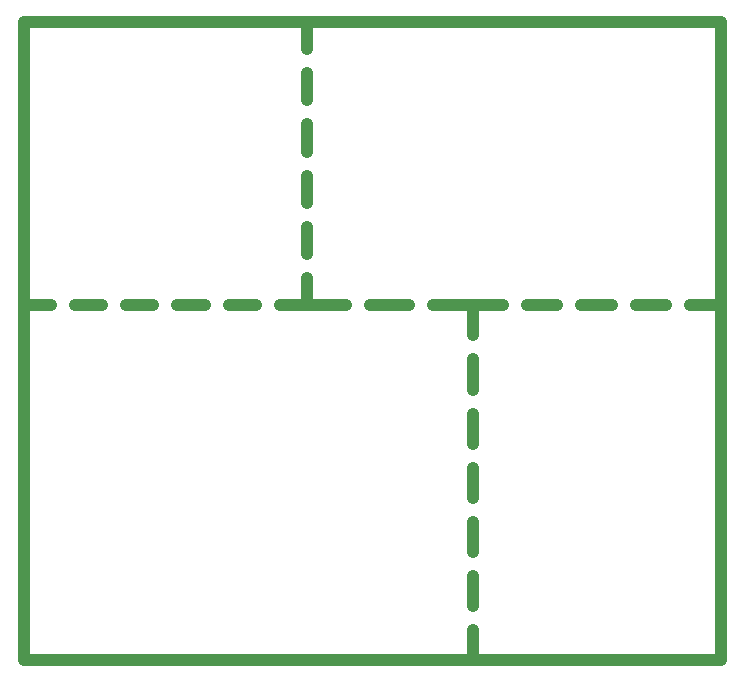
<source format=gko>
G04 EAGLE Gerber RS-274X export*
G75*
%MOMM*%
%FSLAX34Y34*%
%LPD*%
%INBoard Outline*%
%IPPOS*%
%AMOC8*
5,1,8,0,0,1.08239X$1,22.5*%
G01*
%ADD10C,1.016000*%
%ADD11C,0.254000*%


D10*
X0Y0D02*
X380000Y0D01*
X590000Y0D01*
X590000Y540000D01*
X0Y540000D01*
X0Y300000D01*
X0Y0D01*
X0Y300000D02*
X23067Y300000D01*
X43387Y300000D02*
X66453Y300000D01*
X86773Y300000D02*
X109840Y300000D01*
X130160Y300000D02*
X153227Y300000D01*
X173547Y300000D02*
X196613Y300000D01*
X216933Y300000D02*
X240000Y300000D01*
X273120Y300000D01*
X293440Y300000D02*
X326560Y300000D01*
X346880Y300000D02*
X380000Y300000D01*
X405744Y300000D01*
X426064Y300000D02*
X451808Y300000D01*
X472128Y300000D02*
X497872Y300000D01*
X518192Y300000D02*
X543936Y300000D01*
X564256Y300000D02*
X590000Y300000D01*
X380000Y300000D02*
X380000Y274560D01*
X380000Y254240D02*
X380000Y228800D01*
X380000Y208480D02*
X380000Y183040D01*
X380000Y162720D02*
X380000Y137280D01*
X380000Y116960D02*
X380000Y91520D01*
X380000Y71200D02*
X380000Y45760D01*
X380000Y25440D02*
X380000Y0D01*
X240000Y516933D02*
X240000Y540000D01*
X240000Y496613D02*
X240000Y473547D01*
X240000Y453227D02*
X240000Y430160D01*
X240000Y409840D02*
X240000Y386773D01*
X240000Y366453D02*
X240000Y343387D01*
X240000Y323067D02*
X240000Y300000D01*
D11*
X0Y0D02*
X380000Y0D01*
X590000Y0D01*
X590000Y540000D01*
X0Y540000D01*
X0Y0D01*
M02*

</source>
